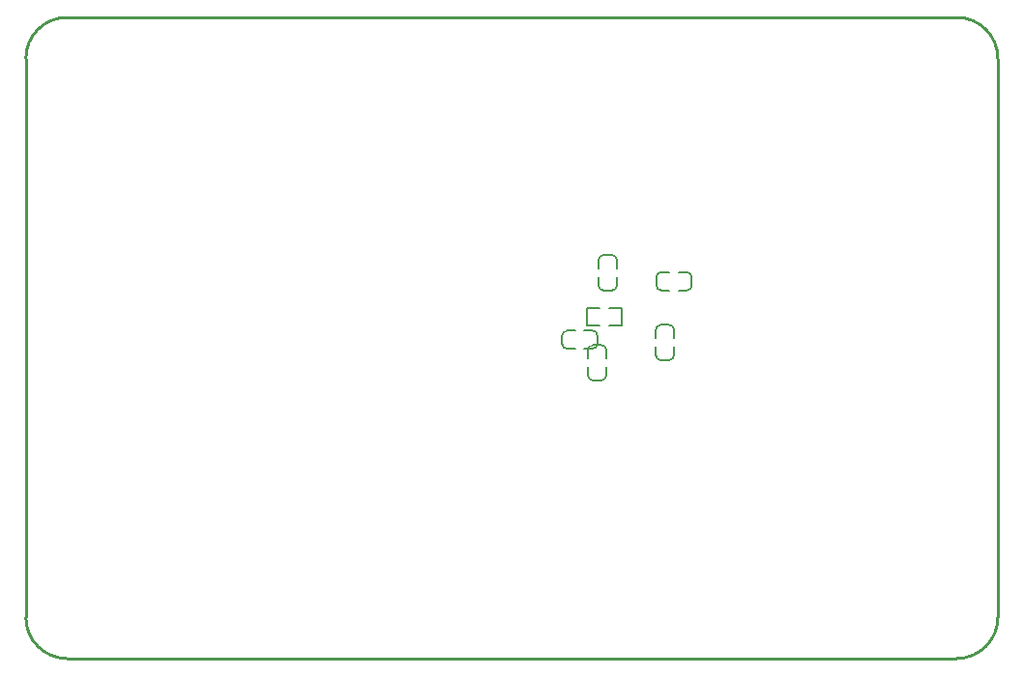
<source format=gbo>
G04*
G04 #@! TF.GenerationSoftware,Altium Limited,Altium Designer,22.0.2 (36)*
G04*
G04 Layer_Color=32896*
%FSLAX25Y25*%
%MOIN*%
G70*
G04*
G04 #@! TF.SameCoordinates,A6D4CE7A-EFCD-4D6A-9A72-3AB9F5591AE9*
G04*
G04*
G04 #@! TF.FilePolarity,Positive*
G04*
G01*
G75*
%ADD10C,0.00787*%
%ADD16C,0.01000*%
D10*
X217063Y167542D02*
G03*
X215488Y165967I0J-1575D01*
G01*
X215488Y162897D02*
G03*
X217063Y161322I1575J0D01*
G01*
X226000Y161322D02*
G03*
X227575Y162897I-0J1575D01*
G01*
Y165967D02*
G03*
X226000Y167542I-1575J0D01*
G01*
X228063Y183063D02*
G03*
X229638Y181488I1575J0D01*
G01*
X232709Y181488D02*
G03*
X234283Y183063I0J1575D01*
G01*
X234283Y192000D02*
G03*
X232709Y193575I-1575J-0D01*
G01*
X229638D02*
G03*
X228063Y192000I-0J-1575D01*
G01*
X254012Y167937D02*
G03*
X252437Y169512I-1575J-0D01*
G01*
X249366Y169512D02*
G03*
X247791Y167937I0J-1575D01*
G01*
X247791Y159000D02*
G03*
X249366Y157425I1575J0D01*
G01*
X252437D02*
G03*
X254012Y159000I0J1575D01*
G01*
X249563Y187709D02*
G03*
X247988Y186134I0J-1575D01*
G01*
X247988Y183063D02*
G03*
X249563Y181488I1575J0D01*
G01*
X258500Y181488D02*
G03*
X260075Y183063I-0J1575D01*
G01*
Y186134D02*
G03*
X258500Y187709I-1575J0D01*
G01*
X230610Y160937D02*
G03*
X229035Y162512I-1575J-0D01*
G01*
X225965Y162512D02*
G03*
X224390Y160937I0J-1575D01*
G01*
X224390Y152000D02*
G03*
X225965Y150425I1575J0D01*
G01*
X229035D02*
G03*
X230610Y152000I0J1575D01*
G01*
X231575Y175416D02*
X236043D01*
X223957Y169196D02*
Y175416D01*
X236043Y169196D02*
Y175416D01*
X223957D02*
X228425D01*
X231575Y169196D02*
X236043D01*
X223957D02*
X228425D01*
X223106Y167542D02*
X226000D01*
X215488Y162897D02*
Y165967D01*
X227575Y162897D02*
Y165967D01*
X217063Y167542D02*
X219957D01*
X217063Y161322D02*
X219957D01*
X223106Y161322D02*
X226000D01*
X228063Y189106D02*
Y192000D01*
X229638Y181488D02*
X232709D01*
X229638Y193575D02*
X232709D01*
X228063Y183063D02*
Y185957D01*
X234283Y183063D02*
Y185957D01*
X234283Y189106D02*
Y192000D01*
X254012Y159000D02*
Y161894D01*
X249366Y169512D02*
X252437D01*
X249366Y157425D02*
X252437D01*
X254012Y165043D02*
Y167937D01*
X247791Y165043D02*
Y167937D01*
X247791Y159000D02*
Y161894D01*
X255606Y187709D02*
X258500D01*
X247988Y183063D02*
Y186134D01*
X260075Y183063D02*
Y186134D01*
X249563Y187709D02*
X252457D01*
X249563Y181488D02*
X252457D01*
X255606Y181488D02*
X258500D01*
X230610Y152000D02*
Y154894D01*
X225965Y162512D02*
X229035D01*
X225965Y150425D02*
X229035D01*
X230610Y158043D02*
Y160937D01*
X224390Y158043D02*
Y160937D01*
X224390Y152000D02*
Y154894D01*
D16*
X351500Y54398D02*
G03*
X365673Y68571I0J14173D01*
G01*
Y261500D02*
G03*
X351500Y275673I-14173J0D01*
G01*
X30579Y68571D02*
G03*
X44752Y54398I14173J0D01*
G01*
Y275658D02*
G03*
X30579Y261484I0J-14173D01*
G01*
X44752Y275658D02*
X351500D01*
X365673Y68571D02*
Y261500D01*
X44752Y54398D02*
X351500D01*
X30579Y68571D02*
Y261484D01*
M02*

</source>
